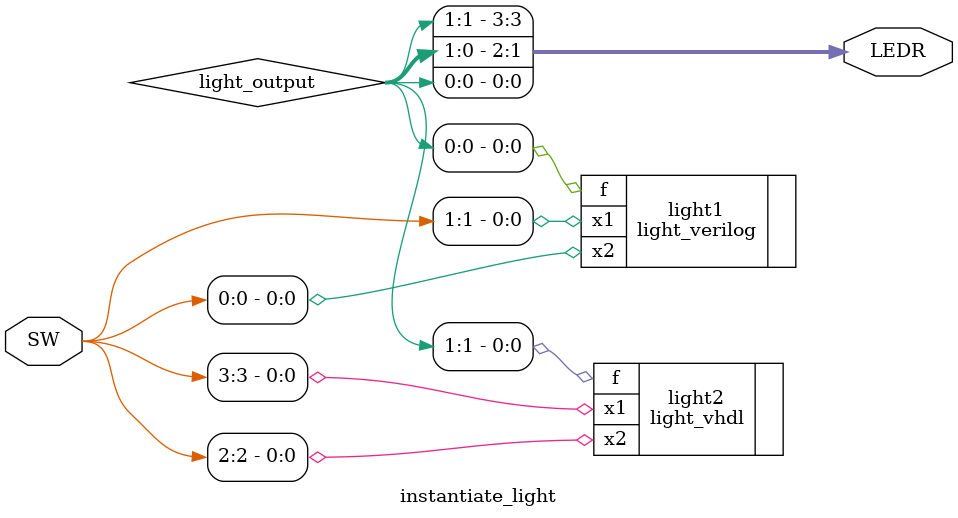
<source format=v>
module instantiate_light(SW, LEDR); 

	// Define the inputs and outputs to our module
	input [3:0] SW;
	output [3:0] LEDR;

	// Define a wire to connect to the output of each circuit
	wire [1:0]light_output; 


	// Create an instance of the verilog light module
	light_verilog light1(.x1(SW[1]), .x2(SW[0]), .f(light_output[0]));

	// Create an instance of the vhdl light module - the language difference doesn't matter
	light_vhdl light2(.x2(SW[2]), .x1(SW[3]), .f(light_output[1]));

	// Connect the wires connected to the output of the circuits to some red LEDs
	assign LEDR[0] = light_output[0];
	assign LEDR[1] = light_output[0]; 
	assign LEDR[2] = light_output[1];
	assign LEDR[3] = light_output[1]; 

endmodule


</source>
